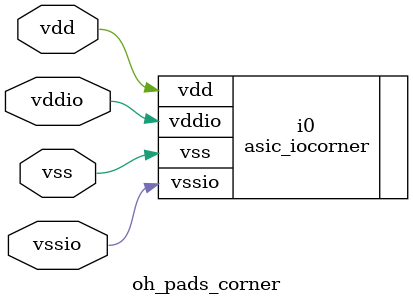
<source format=v>


module oh_pads_corner
  (//feed through signals
   inout 	       vddio, // io supply
   inout 	       vssio, // io ground
   inout 	       vdd, // core supply
   inout 	       vss // common ground
   );

   asic_iocorner i0 (
     .vddio,
     .vssio,
     .vdd,
     .vss
   );
  
endmodule // oh_pads_corner


</source>
